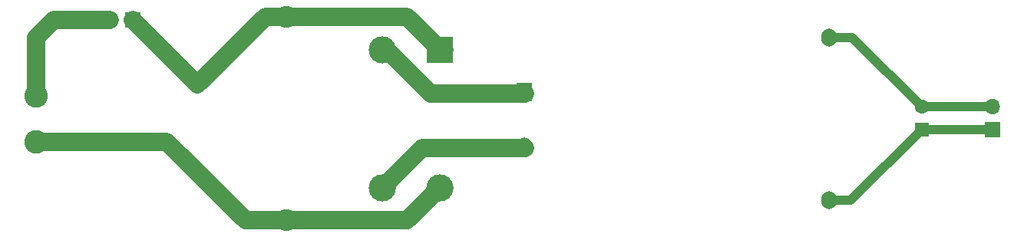
<source format=gbr>
%TF.GenerationSoftware,KiCad,Pcbnew,8.0.0*%
%TF.CreationDate,2024-12-16T23:26:22-03:00*%
%TF.ProjectId,AC220vtoDC3v3,41433232-3076-4746-9f44-433376332e6b,rev?*%
%TF.SameCoordinates,Original*%
%TF.FileFunction,Copper,L2,Bot*%
%TF.FilePolarity,Positive*%
%FSLAX46Y46*%
G04 Gerber Fmt 4.6, Leading zero omitted, Abs format (unit mm)*
G04 Created by KiCad (PCBNEW 8.0.0) date 2024-12-16 23:26:22*
%MOMM*%
%LPD*%
G01*
G04 APERTURE LIST*
%TA.AperFunction,ComponentPad*%
%ADD10R,3.000000X3.000000*%
%TD*%
%TA.AperFunction,ComponentPad*%
%ADD11C,3.000000*%
%TD*%
%TA.AperFunction,ComponentPad*%
%ADD12C,1.600000*%
%TD*%
%TA.AperFunction,ComponentPad*%
%ADD13R,1.600000X1.600000*%
%TD*%
%TA.AperFunction,ComponentPad*%
%ADD14C,1.800000*%
%TD*%
%TA.AperFunction,ComponentPad*%
%ADD15R,1.700000X1.700000*%
%TD*%
%TA.AperFunction,ComponentPad*%
%ADD16O,1.700000X1.700000*%
%TD*%
%TA.AperFunction,ComponentPad*%
%ADD17C,2.400000*%
%TD*%
%TA.AperFunction,ComponentPad*%
%ADD18C,2.600000*%
%TD*%
%TA.AperFunction,ComponentPad*%
%ADD19O,1.700000X2.000000*%
%TD*%
%TA.AperFunction,ComponentPad*%
%ADD20R,1.700000X2.000000*%
%TD*%
%TA.AperFunction,Conductor*%
%ADD21C,1.000000*%
%TD*%
%TA.AperFunction,Conductor*%
%ADD22C,2.000000*%
%TD*%
G04 APERTURE END LIST*
D10*
%TO.P,L1,1,1*%
%TO.N,Net-(C1-Pad1)*%
X96487500Y-38340000D03*
D11*
%TO.P,L1,2,2*%
%TO.N,Net-(PS1-AC{slash}L)*%
X90137500Y-38340000D03*
%TO.P,L1,3,3*%
%TO.N,Net-(PS1-AC{slash}N)*%
X90137500Y-53580000D03*
%TO.P,L1,4,4*%
%TO.N,NEUT*%
X96487500Y-53580000D03*
%TD*%
D12*
%TO.P,C2,2*%
%TO.N,GND*%
X149620000Y-44642380D03*
D13*
%TO.P,C2,1*%
%TO.N,+3V3*%
X149620000Y-47142380D03*
%TD*%
D14*
%TO.P,RV1,1*%
%TO.N,NEUT*%
X67540000Y-49710000D03*
%TO.P,RV1,2*%
%TO.N,Net-(C1-Pad1)*%
X69740000Y-42210000D03*
%TD*%
D15*
%TO.P,F1,1*%
%TO.N,Net-(C1-Pad1)*%
X62640000Y-35060000D03*
D16*
%TO.P,F1,2*%
%TO.N,LINE*%
X60100000Y-35060000D03*
%TD*%
%TO.P,J2,2,Pin_2*%
%TO.N,GND*%
X157430000Y-44600000D03*
D15*
%TO.P,J2,1,Pin_1*%
%TO.N,+3V3*%
X157430000Y-47140000D03*
%TD*%
D17*
%TO.P,C1,1*%
%TO.N,Net-(C1-Pad1)*%
X79523750Y-34710000D03*
%TO.P,C1,2*%
%TO.N,NEUT*%
X79523750Y-57210000D03*
%TD*%
D18*
%TO.P,J1,1,Pin_1*%
%TO.N,NEUT*%
X51960000Y-48500000D03*
%TO.P,J1,2,Pin_2*%
%TO.N,LINE*%
X51960000Y-43420000D03*
%TD*%
D19*
%TO.P,PS1,4,+Vout*%
%TO.N,+3V3*%
X139436250Y-55002500D03*
%TO.P,PS1,3,-Vout*%
%TO.N,GND*%
X139436250Y-37002500D03*
%TO.P,PS1,2,AC/N*%
%TO.N,Net-(PS1-AC{slash}N)*%
X105836250Y-49002500D03*
D20*
%TO.P,PS1,1,AC/L*%
%TO.N,Net-(PS1-AC{slash}L)*%
X105836250Y-43002500D03*
%TD*%
D21*
%TO.N,+3V3*%
X157427620Y-47142380D02*
X157430000Y-47140000D01*
X149620000Y-47142380D02*
X157427620Y-47142380D01*
%TO.N,GND*%
X157387620Y-44642380D02*
X157430000Y-44600000D01*
X149620000Y-44642380D02*
X157387620Y-44642380D01*
X141980120Y-37002500D02*
X149620000Y-44642380D01*
X139436250Y-37002500D02*
X141980120Y-37002500D01*
%TO.N,+3V3*%
X141759880Y-55002500D02*
X149620000Y-47142380D01*
X139436250Y-55002500D02*
X141759880Y-55002500D01*
D22*
%TO.N,NEUT*%
X66330000Y-48500000D02*
X67540000Y-49710000D01*
X51960000Y-48500000D02*
X66330000Y-48500000D01*
%TO.N,Net-(C1-Pad1)*%
X62640000Y-35110000D02*
X69740000Y-42210000D01*
X62640000Y-35060000D02*
X62640000Y-35110000D01*
%TO.N,LINE*%
X51960000Y-37040000D02*
X53900000Y-35100000D01*
X51960000Y-43420000D02*
X51960000Y-37040000D01*
X53900000Y-35100000D02*
X60060000Y-35100000D01*
X60060000Y-35100000D02*
X60100000Y-35060000D01*
%TO.N,NEUT*%
X79523750Y-57210000D02*
X75040000Y-57210000D01*
X75040000Y-57210000D02*
X67540000Y-49710000D01*
%TO.N,Net-(C1-Pad1)*%
X77240000Y-34710000D02*
X69740000Y-42210000D01*
X79523750Y-34710000D02*
X77240000Y-34710000D01*
X96527500Y-38380000D02*
X97005000Y-38380000D01*
X92857500Y-34710000D02*
X96527500Y-38380000D01*
X79230000Y-34710000D02*
X92857500Y-34710000D01*
%TO.N,NEUT*%
X96447500Y-53620000D02*
X97005000Y-53620000D01*
X79230000Y-57210000D02*
X92857500Y-57210000D01*
X92857500Y-57210000D02*
X96447500Y-53620000D01*
%TO.N,Net-(PS1-AC{slash}L)*%
X90615000Y-38340000D02*
X90137500Y-38340000D01*
X105852500Y-43212500D02*
X95487500Y-43212500D01*
X95487500Y-43212500D02*
X90615000Y-38340000D01*
%TO.N,Net-(PS1-AC{slash}N)*%
X94505000Y-49212500D02*
X105852500Y-49212500D01*
X90177500Y-53620000D02*
X90137500Y-53580000D01*
X90137500Y-53580000D02*
X94505000Y-49212500D01*
X90655000Y-53620000D02*
X90177500Y-53620000D01*
%TD*%
M02*

</source>
